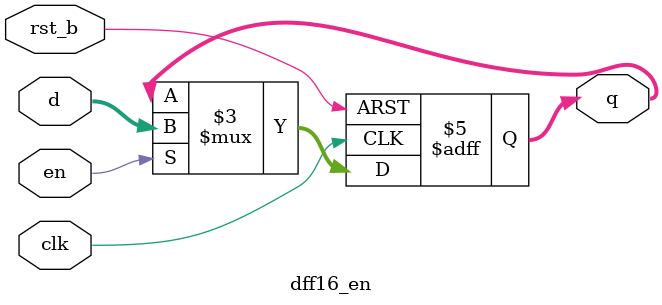
<source format=v>
`timescale 1ps / 1ps
/*
small interface - for training purpose.
write is passed after one clock to the output.
read returns the address with a few bits changed, after one clock.
*/

module sif (
   rst_b, clk,
   xa_wr_s, xa_rd_s, xa_addr, xa_data_wr, xa_data_rd, 
   wa_wr_s, wa_addr, wa_data_wr
);

input rst_b, clk, xa_wr_s, xa_rd_s;
input [15:0] xa_addr, xa_data_wr;
output wa_wr_s;
output [15:0] xa_data_rd, wa_addr, wa_data_wr;

wire rst_b, clk, xa_wr_s, xa_rd_s, wa_wr_s;
wire [15:0] xa_addr, xa_data_wr, xa_data_rd, wa_addr, wa_data_wr;
wire bit8_xor_4, bit7_xor_5;
wire [15:0] data_rd_mint;


//addr 05de data 04de
//addr 0463 data 04e3
//addr 1305 data 1305

//always @(posedge clk) $display($time, " SIF1 read %x addr %x data %x", xa_rd_s, xa_addr, xa_data_rd);

assign data_rd_mint = xa_rd_s ? { xa_addr[15:9], bit8_xor_4, bit7_xor_5,  xa_addr[6:0] } : 0;
assign bit8_xor_4 =  xa_addr[8] ^ xa_addr[4];
assign bit7_xor_5 =  xa_addr[7] ^ xa_addr[5];

dff16_en dff1 (.rst_b(rst_b), .clk(clk), .en(1'b1), .d(data_rd_mint), .q(xa_data_rd) );

dff_en   dff2 (.rst_b(rst_b), .clk(clk), .en(1'b1),    .d(xa_wr_s),      .q(wa_wr_s) );

dff16_en dff3 (.rst_b(rst_b), .clk(clk), .en(xa_wr_s), .d(xa_data_wr),   .q(wa_data_wr) );
dff16_en dff4 (.rst_b(rst_b), .clk(clk), .en(xa_wr_s), .d(xa_addr),      .q(wa_addr) );

endmodule


module dff_en  (clk, d, rst_b, en, q);

input  clk, d, rst_b, en;
output q;
reg    q;

always @(posedge clk or negedge rst_b)
   if (!rst_b)  q <= 1'b0;
   else if (en) q <= d;
	  
endmodule

module dff16_en  (clk, d, rst_b, en, q);

input  clk, rst_b, en;
input  [15:0] d;
output [15:0] q;
reg    [15:0] q;

always @(posedge clk or negedge rst_b)
   if (!rst_b)  q <= 16'b0;
   else if (en) q <= d;
	  
endmodule




</source>
